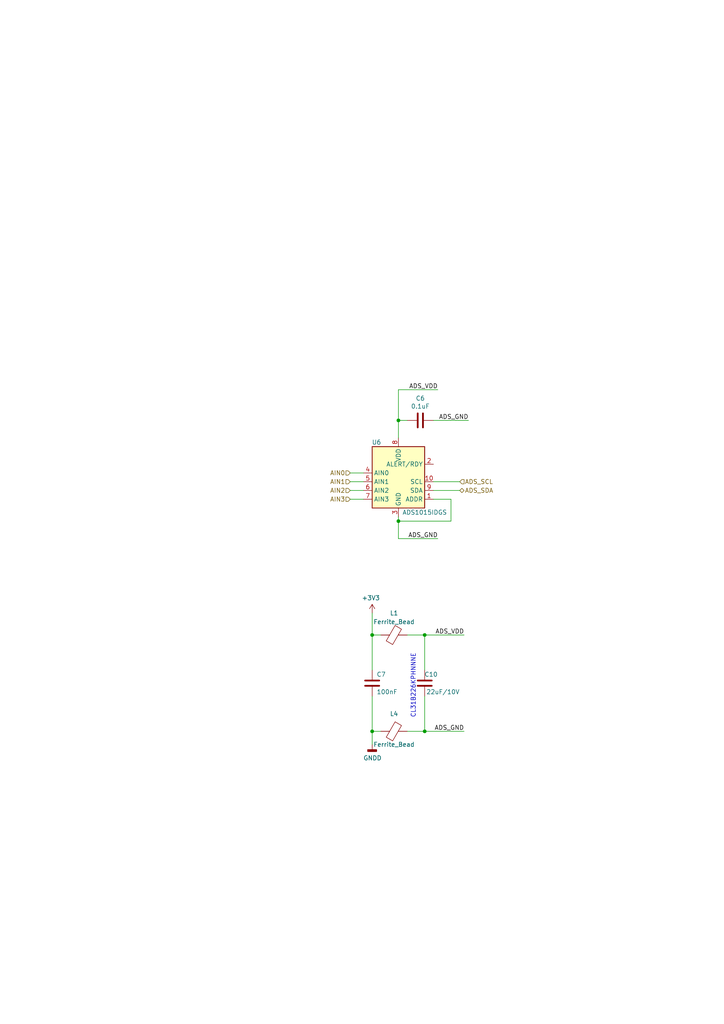
<source format=kicad_sch>
(kicad_sch (version 20230121) (generator eeschema)
  (paper "A4" portrait)
  (title_block (title "RasPi Zero NAV Hat") (date "2022-10-12") (rev "0.1") (company "chipiki.ru") (comment 1 "RasPi Zero NAV Hat") (comment 2 "Denis Tsekh"))
  (lib_symbols
    (symbol "Analog_ADC:ADS1015IDGS"
      (property "Reference" "U" (at 2.54 13.97 0))
      (property "Value" "ADS1015IDGS" (at 7.62 11.43 0))
      (symbol "ADS1015IDGS_0_1"
        (rectangle (start -7.62 10.16) (end 7.62 -7.62) (stroke (width 0.254)) (fill (type background)))
      )
      (symbol "ADS1015IDGS_1_1"
        (pin input line (at 10.16 -5.08 180) (length 2.54) (name "ADDR") (number "1"))
        (pin input line (at 10.16 0 180) (length 2.54) (name "SCL") (number "10"))
        (pin output line (at 10.16 5.08 180) (length 2.54) (name "ALERT/RDY") (number "2"))
        (pin power_in line (at 0 -10.16 90) (length 2.54) (name "GND") (number "3"))
        (pin input line (at -10.16 2.54 0) (length 2.54) (name "AIN0") (number "4"))
        (pin input line (at -10.16 0 0) (length 2.54) (name "AIN1") (number "5"))
        (pin input line (at -10.16 -2.54 0) (length 2.54) (name "AIN2") (number "6"))
        (pin input line (at -10.16 -5.08 0) (length 2.54) (name "AIN3") (number "7"))
        (pin power_in line (at 0 12.7 270) (length 2.54) (name "VDD") (number "8"))
        (pin bidirectional line (at 10.16 -2.54 180) (length 2.54) (name "SDA") (number "9"))
      )
    )
    (symbol "Device:C" (pin_numbers hide) (pin_names (offset 0.254))
      (property "Reference" "C" (at 0.635 2.54 0))
      (property "Value" "C" (at 0.635 -2.54 0))
      (symbol "C_0_1"
        (polyline (pts (xy -2.032 -0.762) (xy 2.032 -0.762)) (stroke (width 0.508)))
        (polyline (pts (xy -2.032 0.762) (xy 2.032 0.762)) (stroke (width 0.508)))
      )
      (symbol "C_1_1"
        (pin passive line (at 0 3.81 270) (length 2.794) (name "~") (number "1"))
        (pin passive line (at 0 -3.81 90) (length 2.794) (name "~") (number "2"))
      )
    )
    (symbol "Device:FerriteBead" (pin_numbers hide) (pin_names (offset 0))
      (property "Reference" "FB" (at -3.81 0.635 90))
      (property "Value" "FerriteBead" (at 3.81 0 90))
      (symbol "FerriteBead_0_1"
        (polyline (pts (xy 0 -1.27) (xy 0 -1.2192)))
        (polyline (pts (xy 0 1.27) (xy 0 1.2954)))
        (polyline (pts (xy -2.7686 0.4064) (xy -1.7018 2.2606) (xy 2.7686 -0.3048) (xy 1.6764 -2.159) (xy -2.7686 0.4064)))
      )
      (symbol "FerriteBead_1_1"
        (pin passive line (at 0 3.81 270) (length 2.54) (name "~") (number "1"))
        (pin passive line (at 0 -3.81 90) (length 2.54) (name "~") (number "2"))
      )
    )
    (symbol "power:GNDD" (power) (pin_names (offset 0))
      (property "Value" "GNDD" (at 0 -3.175 0))
      (symbol "GNDD_0_1"
        (rectangle (start -1.27 -1.524) (end 1.27 -2.032) (stroke (width 0.254)) (fill (type outline)))
        (polyline (pts (xy 0 0) (xy 0 -1.524)))
      )
      (symbol "GNDD_1_1"
        (pin power_in line (at 0 0 270) (length 0) hide (name "GNDD") (number "1"))
      )
    )
    (symbol "rbpi-z-hat-rescue:+3.3V-power" (power) (pin_names (offset 0))
      (property "Value" "+3.3V-power" (at 0 3.556 0))
      (symbol "+3.3V-power_0_1"
        (polyline (pts (xy -0.762 1.27) (xy 0 2.54)))
        (polyline (pts (xy 0 0) (xy 0 2.54)))
        (polyline (pts (xy 0 2.54) (xy 0.762 1.27)))
      )
      (symbol "+3.3V-power_1_1"
        (pin power_in line (at 0 0 90) (length 0) hide (name "+3V3") (number "1"))
      )
    )
  )
  (junction (at 123.19 184.15))
  (junction (at 107.95 184.15))
  (junction (at 115.57 151.13))
  (junction (at 123.19 212.09))
  (junction (at 107.95 212.09))
  (junction (at 115.57 121.92))
  (wire (pts (xy 125.73 139.7) (xy 133.35 139.7)))
  (wire (pts (xy 110.49 212.09) (xy 107.95 212.09)))
  (wire (pts (xy 105.41 137.16) (xy 101.6 137.16)))
  (wire (pts (xy 134.62 184.15) (xy 123.19 184.15)))
  (wire (pts (xy 125.73 121.92) (xy 135.89 121.92)))
  (wire (pts (xy 125.73 142.24) (xy 133.35 142.24)))
  (wire (pts (xy 125.73 144.78) (xy 130.81 144.78)))
  (wire (pts (xy 123.19 212.09) (xy 123.19 201.93)))
  (wire (pts (xy 115.57 121.92) (xy 118.11 121.92)))
  (wire (pts (xy 130.81 151.13) (xy 115.57 151.13)))
  (wire (pts (xy 123.19 184.15) (xy 118.11 184.15)))
  (wire (pts (xy 123.19 184.15) (xy 123.19 194.31)))
  (wire (pts (xy 130.81 144.78) (xy 130.81 151.13)))
  (wire (pts (xy 115.57 127) (xy 115.57 121.92)))
  (wire (pts (xy 123.19 212.09) (xy 118.11 212.09)))
  (wire (pts (xy 127 113.03) (xy 115.57 113.03)))
  (wire (pts (xy 107.95 201.93) (xy 107.95 212.09)))
  (wire (pts (xy 115.57 113.03) (xy 115.57 121.92)))
  (wire (pts (xy 105.41 139.7) (xy 101.6 139.7)))
  (wire (pts (xy 105.41 142.24) (xy 101.6 142.24)))
  (wire (pts (xy 107.95 184.15) (xy 107.95 194.31)))
  (wire (pts (xy 115.57 149.86) (xy 115.57 151.13)))
  (wire (pts (xy 127 156.21) (xy 115.57 156.21)))
  (wire (pts (xy 110.49 184.15) (xy 107.95 184.15)))
  (wire (pts (xy 134.62 212.09) (xy 123.19 212.09)))
  (wire (pts (xy 107.95 212.09) (xy 107.95 215.9)))
  (wire (pts (xy 107.95 177.8) (xy 107.95 184.15)))
  (wire (pts (xy 105.41 144.78) (xy 101.6 144.78)))
  (wire (pts (xy 115.57 151.13) (xy 115.57 156.21)))
  (text "CL31B226KPHNNNE" (at 120.65 208.28 90) (effects (font (size 1.27 1.27)) (justify left bottom)))
  (label "ADS_GND" (at 134.62 212.09 180))
  (label "ADS_GND" (at 127 156.21 180))
  (label "ADS_VDD" (at 134.62 184.15 180))
  (label "ADS_VDD" (at 127 113.03 180))
  (label "ADS_GND" (at 135.89 121.92 180))
  (hierarchical_label "AIN0" (shape input) (at 101.6 137.16 180))
  (hierarchical_label "AIN2" (shape input) (at 101.6 142.24 180))
  (hierarchical_label "ADS_SDA" (shape bidirectional) (at 133.35 142.24 0))
  (hierarchical_label "AIN3" (shape input) (at 101.6 144.78 180))
  (hierarchical_label "ADS_SCL" (shape input) (at 133.35 139.7 0))
  (hierarchical_label "AIN1" (shape input) (at 101.6 139.7 180))
  (symbol (lib_id "Device:FerriteBead") (at 114.3 184.15 90) (unit 1)
    (property "Reference" "L1" (at 114.3 177.8 90))
    (property "Value" "Ferrite_Bead" (at 114.3 180.34 90))
    (property "Footprint" "Inductor_SMD:L_0603_1608Metric" (effects hide))
  )
  (symbol (lib_id "Device:C") (at 107.95 198.12 0) (unit 1)
    (property "Reference" "C7" (at 109.22 195.58 0) (effects (justify left)))
    (property "Value" "100nF" (at 109.22 200.66 0) (effects (justify left)))
    (property "Footprint" "Capacitor_SMD:C_0603_1608Metric" (effects hide))
  )
  (symbol (lib_id "power:GNDD") (at 107.95 215.9 0) (unit 1)
    (property "Reference" "#PWR0136" (effects hide))
    (property "Value" "GNDD" (at 108.0516 219.837 0))
  )
  (symbol (lib_id "Device:FerriteBead") (at 114.3 212.09 90) (unit 1)
    (property "Reference" "L4" (at 114.3 207.01 90))
    (property "Value" "Ferrite_Bead" (at 114.3 215.9 90))
    (property "Footprint" "Inductor_SMD:L_0603_1608Metric" (effects hide))
  )
  (symbol (lib_id "rbpi-z-hat-rescue:+3.3V-power") (at 107.95 177.8 0) (mirror y) (unit 1)
    (property "Reference" "#PWR0137" (effects hide))
    (property "Value" "+3.3V" (at 107.569 173.4058 0))
  )
  (symbol (lib_id "Device:C") (at 123.19 198.12 0) (mirror y) (unit 1)
    (property "Reference" "C10" (at 127 195.58 0) (effects (justify left)))
    (property "Value" "22uF/10V" (at 133.35 200.66 0) (effects (justify left)))
    (property "Footprint" "Capacitor_SMD:C_1206_3216Metric" (effects hide))
    (property "URL" "https://www.terraelectronica.ru/product/1641498" (effects hide))
  )
  (symbol (lib_id "Analog_ADC:ADS1015IDGS") (at 115.57 139.7 0) (unit 1)
    (property "Reference" "U6" (at 109.22 128.27 0))
    (property "Value" "ADS1015IDGS" (at 123.19 148.59 0))
    (property "Footprint" "Package_SO:TSSOP-10_3x3mm_P0.5mm" (effects hide))
    (property "Datasheet" "http://www.ti.com/lit/ds/symlink/ads1015.pdf" (effects hide))
  )
  (symbol (lib_id "Device:C") (at 121.92 121.92 270) (unit 1)
    (property "Reference" "C6" (at 121.92 115.5192 90))
    (property "Value" "0.1uF" (at 121.92 117.8306 90))
    (property "Footprint" "Capacitor_SMD:C_0603_1608Metric" (effects hide))
  )
)
</source>
